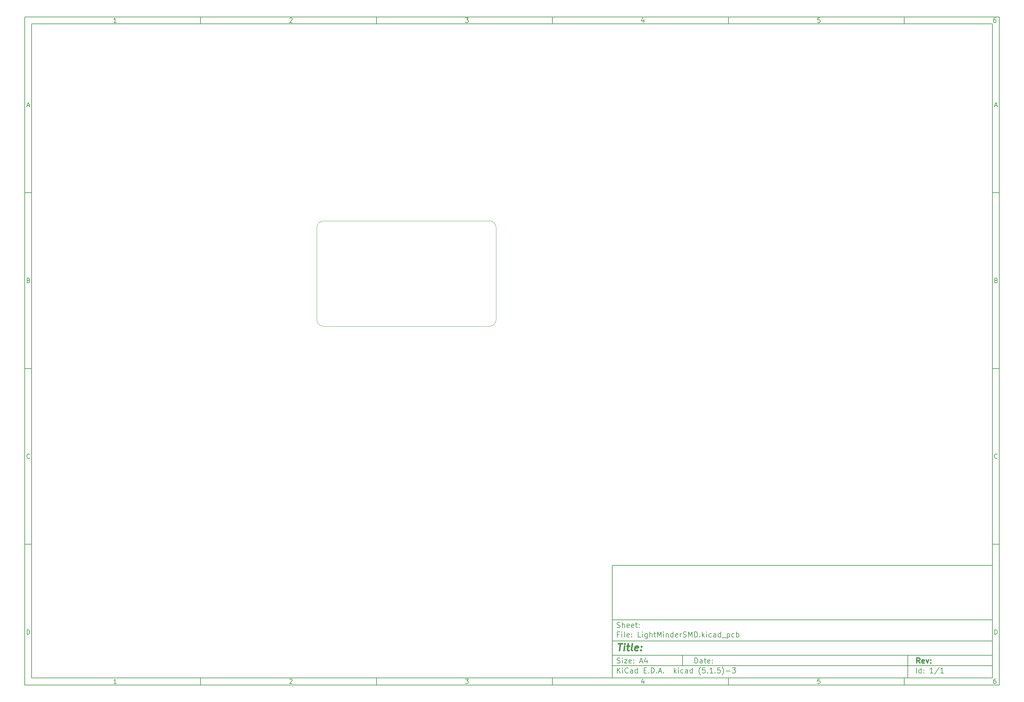
<source format=gbr>
G04 #@! TF.GenerationSoftware,KiCad,Pcbnew,(5.1.5)-3*
G04 #@! TF.CreationDate,2021-06-29T15:52:26+01:00*
G04 #@! TF.ProjectId,LightMinderSMD,4c696768-744d-4696-9e64-6572534d442e,rev?*
G04 #@! TF.SameCoordinates,Original*
G04 #@! TF.FileFunction,Profile,NP*
%FSLAX46Y46*%
G04 Gerber Fmt 4.6, Leading zero omitted, Abs format (unit mm)*
G04 Created by KiCad (PCBNEW (5.1.5)-3) date 2021-06-29 15:52:26*
%MOMM*%
%LPD*%
G04 APERTURE LIST*
%ADD10C,0.100000*%
%ADD11C,0.150000*%
%ADD12C,0.300000*%
%ADD13C,0.400000*%
%ADD14C,0.050000*%
G04 APERTURE END LIST*
D10*
D11*
X177002200Y-166007200D02*
X177002200Y-198007200D01*
X285002200Y-198007200D01*
X285002200Y-166007200D01*
X177002200Y-166007200D01*
D10*
D11*
X10000000Y-10000000D02*
X10000000Y-200007200D01*
X287002200Y-200007200D01*
X287002200Y-10000000D01*
X10000000Y-10000000D01*
D10*
D11*
X12000000Y-12000000D02*
X12000000Y-198007200D01*
X285002200Y-198007200D01*
X285002200Y-12000000D01*
X12000000Y-12000000D01*
D10*
D11*
X60000000Y-12000000D02*
X60000000Y-10000000D01*
D10*
D11*
X110000000Y-12000000D02*
X110000000Y-10000000D01*
D10*
D11*
X160000000Y-12000000D02*
X160000000Y-10000000D01*
D10*
D11*
X210000000Y-12000000D02*
X210000000Y-10000000D01*
D10*
D11*
X260000000Y-12000000D02*
X260000000Y-10000000D01*
D10*
D11*
X36065476Y-11588095D02*
X35322619Y-11588095D01*
X35694047Y-11588095D02*
X35694047Y-10288095D01*
X35570238Y-10473809D01*
X35446428Y-10597619D01*
X35322619Y-10659523D01*
D10*
D11*
X85322619Y-10411904D02*
X85384523Y-10350000D01*
X85508333Y-10288095D01*
X85817857Y-10288095D01*
X85941666Y-10350000D01*
X86003571Y-10411904D01*
X86065476Y-10535714D01*
X86065476Y-10659523D01*
X86003571Y-10845238D01*
X85260714Y-11588095D01*
X86065476Y-11588095D01*
D10*
D11*
X135260714Y-10288095D02*
X136065476Y-10288095D01*
X135632142Y-10783333D01*
X135817857Y-10783333D01*
X135941666Y-10845238D01*
X136003571Y-10907142D01*
X136065476Y-11030952D01*
X136065476Y-11340476D01*
X136003571Y-11464285D01*
X135941666Y-11526190D01*
X135817857Y-11588095D01*
X135446428Y-11588095D01*
X135322619Y-11526190D01*
X135260714Y-11464285D01*
D10*
D11*
X185941666Y-10721428D02*
X185941666Y-11588095D01*
X185632142Y-10226190D02*
X185322619Y-11154761D01*
X186127380Y-11154761D01*
D10*
D11*
X236003571Y-10288095D02*
X235384523Y-10288095D01*
X235322619Y-10907142D01*
X235384523Y-10845238D01*
X235508333Y-10783333D01*
X235817857Y-10783333D01*
X235941666Y-10845238D01*
X236003571Y-10907142D01*
X236065476Y-11030952D01*
X236065476Y-11340476D01*
X236003571Y-11464285D01*
X235941666Y-11526190D01*
X235817857Y-11588095D01*
X235508333Y-11588095D01*
X235384523Y-11526190D01*
X235322619Y-11464285D01*
D10*
D11*
X285941666Y-10288095D02*
X285694047Y-10288095D01*
X285570238Y-10350000D01*
X285508333Y-10411904D01*
X285384523Y-10597619D01*
X285322619Y-10845238D01*
X285322619Y-11340476D01*
X285384523Y-11464285D01*
X285446428Y-11526190D01*
X285570238Y-11588095D01*
X285817857Y-11588095D01*
X285941666Y-11526190D01*
X286003571Y-11464285D01*
X286065476Y-11340476D01*
X286065476Y-11030952D01*
X286003571Y-10907142D01*
X285941666Y-10845238D01*
X285817857Y-10783333D01*
X285570238Y-10783333D01*
X285446428Y-10845238D01*
X285384523Y-10907142D01*
X285322619Y-11030952D01*
D10*
D11*
X60000000Y-198007200D02*
X60000000Y-200007200D01*
D10*
D11*
X110000000Y-198007200D02*
X110000000Y-200007200D01*
D10*
D11*
X160000000Y-198007200D02*
X160000000Y-200007200D01*
D10*
D11*
X210000000Y-198007200D02*
X210000000Y-200007200D01*
D10*
D11*
X260000000Y-198007200D02*
X260000000Y-200007200D01*
D10*
D11*
X36065476Y-199595295D02*
X35322619Y-199595295D01*
X35694047Y-199595295D02*
X35694047Y-198295295D01*
X35570238Y-198481009D01*
X35446428Y-198604819D01*
X35322619Y-198666723D01*
D10*
D11*
X85322619Y-198419104D02*
X85384523Y-198357200D01*
X85508333Y-198295295D01*
X85817857Y-198295295D01*
X85941666Y-198357200D01*
X86003571Y-198419104D01*
X86065476Y-198542914D01*
X86065476Y-198666723D01*
X86003571Y-198852438D01*
X85260714Y-199595295D01*
X86065476Y-199595295D01*
D10*
D11*
X135260714Y-198295295D02*
X136065476Y-198295295D01*
X135632142Y-198790533D01*
X135817857Y-198790533D01*
X135941666Y-198852438D01*
X136003571Y-198914342D01*
X136065476Y-199038152D01*
X136065476Y-199347676D01*
X136003571Y-199471485D01*
X135941666Y-199533390D01*
X135817857Y-199595295D01*
X135446428Y-199595295D01*
X135322619Y-199533390D01*
X135260714Y-199471485D01*
D10*
D11*
X185941666Y-198728628D02*
X185941666Y-199595295D01*
X185632142Y-198233390D02*
X185322619Y-199161961D01*
X186127380Y-199161961D01*
D10*
D11*
X236003571Y-198295295D02*
X235384523Y-198295295D01*
X235322619Y-198914342D01*
X235384523Y-198852438D01*
X235508333Y-198790533D01*
X235817857Y-198790533D01*
X235941666Y-198852438D01*
X236003571Y-198914342D01*
X236065476Y-199038152D01*
X236065476Y-199347676D01*
X236003571Y-199471485D01*
X235941666Y-199533390D01*
X235817857Y-199595295D01*
X235508333Y-199595295D01*
X235384523Y-199533390D01*
X235322619Y-199471485D01*
D10*
D11*
X285941666Y-198295295D02*
X285694047Y-198295295D01*
X285570238Y-198357200D01*
X285508333Y-198419104D01*
X285384523Y-198604819D01*
X285322619Y-198852438D01*
X285322619Y-199347676D01*
X285384523Y-199471485D01*
X285446428Y-199533390D01*
X285570238Y-199595295D01*
X285817857Y-199595295D01*
X285941666Y-199533390D01*
X286003571Y-199471485D01*
X286065476Y-199347676D01*
X286065476Y-199038152D01*
X286003571Y-198914342D01*
X285941666Y-198852438D01*
X285817857Y-198790533D01*
X285570238Y-198790533D01*
X285446428Y-198852438D01*
X285384523Y-198914342D01*
X285322619Y-199038152D01*
D10*
D11*
X10000000Y-60000000D02*
X12000000Y-60000000D01*
D10*
D11*
X10000000Y-110000000D02*
X12000000Y-110000000D01*
D10*
D11*
X10000000Y-160000000D02*
X12000000Y-160000000D01*
D10*
D11*
X10690476Y-35216666D02*
X11309523Y-35216666D01*
X10566666Y-35588095D02*
X11000000Y-34288095D01*
X11433333Y-35588095D01*
D10*
D11*
X11092857Y-84907142D02*
X11278571Y-84969047D01*
X11340476Y-85030952D01*
X11402380Y-85154761D01*
X11402380Y-85340476D01*
X11340476Y-85464285D01*
X11278571Y-85526190D01*
X11154761Y-85588095D01*
X10659523Y-85588095D01*
X10659523Y-84288095D01*
X11092857Y-84288095D01*
X11216666Y-84350000D01*
X11278571Y-84411904D01*
X11340476Y-84535714D01*
X11340476Y-84659523D01*
X11278571Y-84783333D01*
X11216666Y-84845238D01*
X11092857Y-84907142D01*
X10659523Y-84907142D01*
D10*
D11*
X11402380Y-135464285D02*
X11340476Y-135526190D01*
X11154761Y-135588095D01*
X11030952Y-135588095D01*
X10845238Y-135526190D01*
X10721428Y-135402380D01*
X10659523Y-135278571D01*
X10597619Y-135030952D01*
X10597619Y-134845238D01*
X10659523Y-134597619D01*
X10721428Y-134473809D01*
X10845238Y-134350000D01*
X11030952Y-134288095D01*
X11154761Y-134288095D01*
X11340476Y-134350000D01*
X11402380Y-134411904D01*
D10*
D11*
X10659523Y-185588095D02*
X10659523Y-184288095D01*
X10969047Y-184288095D01*
X11154761Y-184350000D01*
X11278571Y-184473809D01*
X11340476Y-184597619D01*
X11402380Y-184845238D01*
X11402380Y-185030952D01*
X11340476Y-185278571D01*
X11278571Y-185402380D01*
X11154761Y-185526190D01*
X10969047Y-185588095D01*
X10659523Y-185588095D01*
D10*
D11*
X287002200Y-60000000D02*
X285002200Y-60000000D01*
D10*
D11*
X287002200Y-110000000D02*
X285002200Y-110000000D01*
D10*
D11*
X287002200Y-160000000D02*
X285002200Y-160000000D01*
D10*
D11*
X285692676Y-35216666D02*
X286311723Y-35216666D01*
X285568866Y-35588095D02*
X286002200Y-34288095D01*
X286435533Y-35588095D01*
D10*
D11*
X286095057Y-84907142D02*
X286280771Y-84969047D01*
X286342676Y-85030952D01*
X286404580Y-85154761D01*
X286404580Y-85340476D01*
X286342676Y-85464285D01*
X286280771Y-85526190D01*
X286156961Y-85588095D01*
X285661723Y-85588095D01*
X285661723Y-84288095D01*
X286095057Y-84288095D01*
X286218866Y-84350000D01*
X286280771Y-84411904D01*
X286342676Y-84535714D01*
X286342676Y-84659523D01*
X286280771Y-84783333D01*
X286218866Y-84845238D01*
X286095057Y-84907142D01*
X285661723Y-84907142D01*
D10*
D11*
X286404580Y-135464285D02*
X286342676Y-135526190D01*
X286156961Y-135588095D01*
X286033152Y-135588095D01*
X285847438Y-135526190D01*
X285723628Y-135402380D01*
X285661723Y-135278571D01*
X285599819Y-135030952D01*
X285599819Y-134845238D01*
X285661723Y-134597619D01*
X285723628Y-134473809D01*
X285847438Y-134350000D01*
X286033152Y-134288095D01*
X286156961Y-134288095D01*
X286342676Y-134350000D01*
X286404580Y-134411904D01*
D10*
D11*
X285661723Y-185588095D02*
X285661723Y-184288095D01*
X285971247Y-184288095D01*
X286156961Y-184350000D01*
X286280771Y-184473809D01*
X286342676Y-184597619D01*
X286404580Y-184845238D01*
X286404580Y-185030952D01*
X286342676Y-185278571D01*
X286280771Y-185402380D01*
X286156961Y-185526190D01*
X285971247Y-185588095D01*
X285661723Y-185588095D01*
D10*
D11*
X200434342Y-193785771D02*
X200434342Y-192285771D01*
X200791485Y-192285771D01*
X201005771Y-192357200D01*
X201148628Y-192500057D01*
X201220057Y-192642914D01*
X201291485Y-192928628D01*
X201291485Y-193142914D01*
X201220057Y-193428628D01*
X201148628Y-193571485D01*
X201005771Y-193714342D01*
X200791485Y-193785771D01*
X200434342Y-193785771D01*
X202577200Y-193785771D02*
X202577200Y-193000057D01*
X202505771Y-192857200D01*
X202362914Y-192785771D01*
X202077200Y-192785771D01*
X201934342Y-192857200D01*
X202577200Y-193714342D02*
X202434342Y-193785771D01*
X202077200Y-193785771D01*
X201934342Y-193714342D01*
X201862914Y-193571485D01*
X201862914Y-193428628D01*
X201934342Y-193285771D01*
X202077200Y-193214342D01*
X202434342Y-193214342D01*
X202577200Y-193142914D01*
X203077200Y-192785771D02*
X203648628Y-192785771D01*
X203291485Y-192285771D02*
X203291485Y-193571485D01*
X203362914Y-193714342D01*
X203505771Y-193785771D01*
X203648628Y-193785771D01*
X204720057Y-193714342D02*
X204577200Y-193785771D01*
X204291485Y-193785771D01*
X204148628Y-193714342D01*
X204077200Y-193571485D01*
X204077200Y-193000057D01*
X204148628Y-192857200D01*
X204291485Y-192785771D01*
X204577200Y-192785771D01*
X204720057Y-192857200D01*
X204791485Y-193000057D01*
X204791485Y-193142914D01*
X204077200Y-193285771D01*
X205434342Y-193642914D02*
X205505771Y-193714342D01*
X205434342Y-193785771D01*
X205362914Y-193714342D01*
X205434342Y-193642914D01*
X205434342Y-193785771D01*
X205434342Y-192857200D02*
X205505771Y-192928628D01*
X205434342Y-193000057D01*
X205362914Y-192928628D01*
X205434342Y-192857200D01*
X205434342Y-193000057D01*
D10*
D11*
X177002200Y-194507200D02*
X285002200Y-194507200D01*
D10*
D11*
X178434342Y-196585771D02*
X178434342Y-195085771D01*
X179291485Y-196585771D02*
X178648628Y-195728628D01*
X179291485Y-195085771D02*
X178434342Y-195942914D01*
X179934342Y-196585771D02*
X179934342Y-195585771D01*
X179934342Y-195085771D02*
X179862914Y-195157200D01*
X179934342Y-195228628D01*
X180005771Y-195157200D01*
X179934342Y-195085771D01*
X179934342Y-195228628D01*
X181505771Y-196442914D02*
X181434342Y-196514342D01*
X181220057Y-196585771D01*
X181077200Y-196585771D01*
X180862914Y-196514342D01*
X180720057Y-196371485D01*
X180648628Y-196228628D01*
X180577200Y-195942914D01*
X180577200Y-195728628D01*
X180648628Y-195442914D01*
X180720057Y-195300057D01*
X180862914Y-195157200D01*
X181077200Y-195085771D01*
X181220057Y-195085771D01*
X181434342Y-195157200D01*
X181505771Y-195228628D01*
X182791485Y-196585771D02*
X182791485Y-195800057D01*
X182720057Y-195657200D01*
X182577200Y-195585771D01*
X182291485Y-195585771D01*
X182148628Y-195657200D01*
X182791485Y-196514342D02*
X182648628Y-196585771D01*
X182291485Y-196585771D01*
X182148628Y-196514342D01*
X182077200Y-196371485D01*
X182077200Y-196228628D01*
X182148628Y-196085771D01*
X182291485Y-196014342D01*
X182648628Y-196014342D01*
X182791485Y-195942914D01*
X184148628Y-196585771D02*
X184148628Y-195085771D01*
X184148628Y-196514342D02*
X184005771Y-196585771D01*
X183720057Y-196585771D01*
X183577200Y-196514342D01*
X183505771Y-196442914D01*
X183434342Y-196300057D01*
X183434342Y-195871485D01*
X183505771Y-195728628D01*
X183577200Y-195657200D01*
X183720057Y-195585771D01*
X184005771Y-195585771D01*
X184148628Y-195657200D01*
X186005771Y-195800057D02*
X186505771Y-195800057D01*
X186720057Y-196585771D02*
X186005771Y-196585771D01*
X186005771Y-195085771D01*
X186720057Y-195085771D01*
X187362914Y-196442914D02*
X187434342Y-196514342D01*
X187362914Y-196585771D01*
X187291485Y-196514342D01*
X187362914Y-196442914D01*
X187362914Y-196585771D01*
X188077200Y-196585771D02*
X188077200Y-195085771D01*
X188434342Y-195085771D01*
X188648628Y-195157200D01*
X188791485Y-195300057D01*
X188862914Y-195442914D01*
X188934342Y-195728628D01*
X188934342Y-195942914D01*
X188862914Y-196228628D01*
X188791485Y-196371485D01*
X188648628Y-196514342D01*
X188434342Y-196585771D01*
X188077200Y-196585771D01*
X189577200Y-196442914D02*
X189648628Y-196514342D01*
X189577200Y-196585771D01*
X189505771Y-196514342D01*
X189577200Y-196442914D01*
X189577200Y-196585771D01*
X190220057Y-196157200D02*
X190934342Y-196157200D01*
X190077200Y-196585771D02*
X190577200Y-195085771D01*
X191077200Y-196585771D01*
X191577200Y-196442914D02*
X191648628Y-196514342D01*
X191577200Y-196585771D01*
X191505771Y-196514342D01*
X191577200Y-196442914D01*
X191577200Y-196585771D01*
X194577200Y-196585771D02*
X194577200Y-195085771D01*
X194720057Y-196014342D02*
X195148628Y-196585771D01*
X195148628Y-195585771D02*
X194577200Y-196157200D01*
X195791485Y-196585771D02*
X195791485Y-195585771D01*
X195791485Y-195085771D02*
X195720057Y-195157200D01*
X195791485Y-195228628D01*
X195862914Y-195157200D01*
X195791485Y-195085771D01*
X195791485Y-195228628D01*
X197148628Y-196514342D02*
X197005771Y-196585771D01*
X196720057Y-196585771D01*
X196577200Y-196514342D01*
X196505771Y-196442914D01*
X196434342Y-196300057D01*
X196434342Y-195871485D01*
X196505771Y-195728628D01*
X196577200Y-195657200D01*
X196720057Y-195585771D01*
X197005771Y-195585771D01*
X197148628Y-195657200D01*
X198434342Y-196585771D02*
X198434342Y-195800057D01*
X198362914Y-195657200D01*
X198220057Y-195585771D01*
X197934342Y-195585771D01*
X197791485Y-195657200D01*
X198434342Y-196514342D02*
X198291485Y-196585771D01*
X197934342Y-196585771D01*
X197791485Y-196514342D01*
X197720057Y-196371485D01*
X197720057Y-196228628D01*
X197791485Y-196085771D01*
X197934342Y-196014342D01*
X198291485Y-196014342D01*
X198434342Y-195942914D01*
X199791485Y-196585771D02*
X199791485Y-195085771D01*
X199791485Y-196514342D02*
X199648628Y-196585771D01*
X199362914Y-196585771D01*
X199220057Y-196514342D01*
X199148628Y-196442914D01*
X199077200Y-196300057D01*
X199077200Y-195871485D01*
X199148628Y-195728628D01*
X199220057Y-195657200D01*
X199362914Y-195585771D01*
X199648628Y-195585771D01*
X199791485Y-195657200D01*
X202077200Y-197157200D02*
X202005771Y-197085771D01*
X201862914Y-196871485D01*
X201791485Y-196728628D01*
X201720057Y-196514342D01*
X201648628Y-196157200D01*
X201648628Y-195871485D01*
X201720057Y-195514342D01*
X201791485Y-195300057D01*
X201862914Y-195157200D01*
X202005771Y-194942914D01*
X202077200Y-194871485D01*
X203362914Y-195085771D02*
X202648628Y-195085771D01*
X202577200Y-195800057D01*
X202648628Y-195728628D01*
X202791485Y-195657200D01*
X203148628Y-195657200D01*
X203291485Y-195728628D01*
X203362914Y-195800057D01*
X203434342Y-195942914D01*
X203434342Y-196300057D01*
X203362914Y-196442914D01*
X203291485Y-196514342D01*
X203148628Y-196585771D01*
X202791485Y-196585771D01*
X202648628Y-196514342D01*
X202577200Y-196442914D01*
X204077200Y-196442914D02*
X204148628Y-196514342D01*
X204077200Y-196585771D01*
X204005771Y-196514342D01*
X204077200Y-196442914D01*
X204077200Y-196585771D01*
X205577200Y-196585771D02*
X204720057Y-196585771D01*
X205148628Y-196585771D02*
X205148628Y-195085771D01*
X205005771Y-195300057D01*
X204862914Y-195442914D01*
X204720057Y-195514342D01*
X206220057Y-196442914D02*
X206291485Y-196514342D01*
X206220057Y-196585771D01*
X206148628Y-196514342D01*
X206220057Y-196442914D01*
X206220057Y-196585771D01*
X207648628Y-195085771D02*
X206934342Y-195085771D01*
X206862914Y-195800057D01*
X206934342Y-195728628D01*
X207077200Y-195657200D01*
X207434342Y-195657200D01*
X207577200Y-195728628D01*
X207648628Y-195800057D01*
X207720057Y-195942914D01*
X207720057Y-196300057D01*
X207648628Y-196442914D01*
X207577200Y-196514342D01*
X207434342Y-196585771D01*
X207077200Y-196585771D01*
X206934342Y-196514342D01*
X206862914Y-196442914D01*
X208220057Y-197157200D02*
X208291485Y-197085771D01*
X208434342Y-196871485D01*
X208505771Y-196728628D01*
X208577200Y-196514342D01*
X208648628Y-196157200D01*
X208648628Y-195871485D01*
X208577200Y-195514342D01*
X208505771Y-195300057D01*
X208434342Y-195157200D01*
X208291485Y-194942914D01*
X208220057Y-194871485D01*
X209362914Y-196014342D02*
X210505771Y-196014342D01*
X211077200Y-195085771D02*
X212005771Y-195085771D01*
X211505771Y-195657200D01*
X211720057Y-195657200D01*
X211862914Y-195728628D01*
X211934342Y-195800057D01*
X212005771Y-195942914D01*
X212005771Y-196300057D01*
X211934342Y-196442914D01*
X211862914Y-196514342D01*
X211720057Y-196585771D01*
X211291485Y-196585771D01*
X211148628Y-196514342D01*
X211077200Y-196442914D01*
D10*
D11*
X177002200Y-191507200D02*
X285002200Y-191507200D01*
D10*
D12*
X264411485Y-193785771D02*
X263911485Y-193071485D01*
X263554342Y-193785771D02*
X263554342Y-192285771D01*
X264125771Y-192285771D01*
X264268628Y-192357200D01*
X264340057Y-192428628D01*
X264411485Y-192571485D01*
X264411485Y-192785771D01*
X264340057Y-192928628D01*
X264268628Y-193000057D01*
X264125771Y-193071485D01*
X263554342Y-193071485D01*
X265625771Y-193714342D02*
X265482914Y-193785771D01*
X265197200Y-193785771D01*
X265054342Y-193714342D01*
X264982914Y-193571485D01*
X264982914Y-193000057D01*
X265054342Y-192857200D01*
X265197200Y-192785771D01*
X265482914Y-192785771D01*
X265625771Y-192857200D01*
X265697200Y-193000057D01*
X265697200Y-193142914D01*
X264982914Y-193285771D01*
X266197200Y-192785771D02*
X266554342Y-193785771D01*
X266911485Y-192785771D01*
X267482914Y-193642914D02*
X267554342Y-193714342D01*
X267482914Y-193785771D01*
X267411485Y-193714342D01*
X267482914Y-193642914D01*
X267482914Y-193785771D01*
X267482914Y-192857200D02*
X267554342Y-192928628D01*
X267482914Y-193000057D01*
X267411485Y-192928628D01*
X267482914Y-192857200D01*
X267482914Y-193000057D01*
D10*
D11*
X178362914Y-193714342D02*
X178577200Y-193785771D01*
X178934342Y-193785771D01*
X179077200Y-193714342D01*
X179148628Y-193642914D01*
X179220057Y-193500057D01*
X179220057Y-193357200D01*
X179148628Y-193214342D01*
X179077200Y-193142914D01*
X178934342Y-193071485D01*
X178648628Y-193000057D01*
X178505771Y-192928628D01*
X178434342Y-192857200D01*
X178362914Y-192714342D01*
X178362914Y-192571485D01*
X178434342Y-192428628D01*
X178505771Y-192357200D01*
X178648628Y-192285771D01*
X179005771Y-192285771D01*
X179220057Y-192357200D01*
X179862914Y-193785771D02*
X179862914Y-192785771D01*
X179862914Y-192285771D02*
X179791485Y-192357200D01*
X179862914Y-192428628D01*
X179934342Y-192357200D01*
X179862914Y-192285771D01*
X179862914Y-192428628D01*
X180434342Y-192785771D02*
X181220057Y-192785771D01*
X180434342Y-193785771D01*
X181220057Y-193785771D01*
X182362914Y-193714342D02*
X182220057Y-193785771D01*
X181934342Y-193785771D01*
X181791485Y-193714342D01*
X181720057Y-193571485D01*
X181720057Y-193000057D01*
X181791485Y-192857200D01*
X181934342Y-192785771D01*
X182220057Y-192785771D01*
X182362914Y-192857200D01*
X182434342Y-193000057D01*
X182434342Y-193142914D01*
X181720057Y-193285771D01*
X183077200Y-193642914D02*
X183148628Y-193714342D01*
X183077200Y-193785771D01*
X183005771Y-193714342D01*
X183077200Y-193642914D01*
X183077200Y-193785771D01*
X183077200Y-192857200D02*
X183148628Y-192928628D01*
X183077200Y-193000057D01*
X183005771Y-192928628D01*
X183077200Y-192857200D01*
X183077200Y-193000057D01*
X184862914Y-193357200D02*
X185577200Y-193357200D01*
X184720057Y-193785771D02*
X185220057Y-192285771D01*
X185720057Y-193785771D01*
X186862914Y-192785771D02*
X186862914Y-193785771D01*
X186505771Y-192214342D02*
X186148628Y-193285771D01*
X187077200Y-193285771D01*
D10*
D11*
X263434342Y-196585771D02*
X263434342Y-195085771D01*
X264791485Y-196585771D02*
X264791485Y-195085771D01*
X264791485Y-196514342D02*
X264648628Y-196585771D01*
X264362914Y-196585771D01*
X264220057Y-196514342D01*
X264148628Y-196442914D01*
X264077200Y-196300057D01*
X264077200Y-195871485D01*
X264148628Y-195728628D01*
X264220057Y-195657200D01*
X264362914Y-195585771D01*
X264648628Y-195585771D01*
X264791485Y-195657200D01*
X265505771Y-196442914D02*
X265577200Y-196514342D01*
X265505771Y-196585771D01*
X265434342Y-196514342D01*
X265505771Y-196442914D01*
X265505771Y-196585771D01*
X265505771Y-195657200D02*
X265577200Y-195728628D01*
X265505771Y-195800057D01*
X265434342Y-195728628D01*
X265505771Y-195657200D01*
X265505771Y-195800057D01*
X268148628Y-196585771D02*
X267291485Y-196585771D01*
X267720057Y-196585771D02*
X267720057Y-195085771D01*
X267577200Y-195300057D01*
X267434342Y-195442914D01*
X267291485Y-195514342D01*
X269862914Y-195014342D02*
X268577200Y-196942914D01*
X271148628Y-196585771D02*
X270291485Y-196585771D01*
X270720057Y-196585771D02*
X270720057Y-195085771D01*
X270577200Y-195300057D01*
X270434342Y-195442914D01*
X270291485Y-195514342D01*
D10*
D11*
X177002200Y-187507200D02*
X285002200Y-187507200D01*
D10*
D13*
X178714580Y-188211961D02*
X179857438Y-188211961D01*
X179036009Y-190211961D02*
X179286009Y-188211961D01*
X180274104Y-190211961D02*
X180440771Y-188878628D01*
X180524104Y-188211961D02*
X180416961Y-188307200D01*
X180500295Y-188402438D01*
X180607438Y-188307200D01*
X180524104Y-188211961D01*
X180500295Y-188402438D01*
X181107438Y-188878628D02*
X181869342Y-188878628D01*
X181476485Y-188211961D02*
X181262200Y-189926247D01*
X181333628Y-190116723D01*
X181512200Y-190211961D01*
X181702676Y-190211961D01*
X182655057Y-190211961D02*
X182476485Y-190116723D01*
X182405057Y-189926247D01*
X182619342Y-188211961D01*
X184190771Y-190116723D02*
X183988390Y-190211961D01*
X183607438Y-190211961D01*
X183428866Y-190116723D01*
X183357438Y-189926247D01*
X183452676Y-189164342D01*
X183571723Y-188973866D01*
X183774104Y-188878628D01*
X184155057Y-188878628D01*
X184333628Y-188973866D01*
X184405057Y-189164342D01*
X184381247Y-189354819D01*
X183405057Y-189545295D01*
X185155057Y-190021485D02*
X185238390Y-190116723D01*
X185131247Y-190211961D01*
X185047914Y-190116723D01*
X185155057Y-190021485D01*
X185131247Y-190211961D01*
X185286009Y-188973866D02*
X185369342Y-189069104D01*
X185262200Y-189164342D01*
X185178866Y-189069104D01*
X185286009Y-188973866D01*
X185262200Y-189164342D01*
D10*
D11*
X178934342Y-185600057D02*
X178434342Y-185600057D01*
X178434342Y-186385771D02*
X178434342Y-184885771D01*
X179148628Y-184885771D01*
X179720057Y-186385771D02*
X179720057Y-185385771D01*
X179720057Y-184885771D02*
X179648628Y-184957200D01*
X179720057Y-185028628D01*
X179791485Y-184957200D01*
X179720057Y-184885771D01*
X179720057Y-185028628D01*
X180648628Y-186385771D02*
X180505771Y-186314342D01*
X180434342Y-186171485D01*
X180434342Y-184885771D01*
X181791485Y-186314342D02*
X181648628Y-186385771D01*
X181362914Y-186385771D01*
X181220057Y-186314342D01*
X181148628Y-186171485D01*
X181148628Y-185600057D01*
X181220057Y-185457200D01*
X181362914Y-185385771D01*
X181648628Y-185385771D01*
X181791485Y-185457200D01*
X181862914Y-185600057D01*
X181862914Y-185742914D01*
X181148628Y-185885771D01*
X182505771Y-186242914D02*
X182577200Y-186314342D01*
X182505771Y-186385771D01*
X182434342Y-186314342D01*
X182505771Y-186242914D01*
X182505771Y-186385771D01*
X182505771Y-185457200D02*
X182577200Y-185528628D01*
X182505771Y-185600057D01*
X182434342Y-185528628D01*
X182505771Y-185457200D01*
X182505771Y-185600057D01*
X185077200Y-186385771D02*
X184362914Y-186385771D01*
X184362914Y-184885771D01*
X185577200Y-186385771D02*
X185577200Y-185385771D01*
X185577200Y-184885771D02*
X185505771Y-184957200D01*
X185577200Y-185028628D01*
X185648628Y-184957200D01*
X185577200Y-184885771D01*
X185577200Y-185028628D01*
X186934342Y-185385771D02*
X186934342Y-186600057D01*
X186862914Y-186742914D01*
X186791485Y-186814342D01*
X186648628Y-186885771D01*
X186434342Y-186885771D01*
X186291485Y-186814342D01*
X186934342Y-186314342D02*
X186791485Y-186385771D01*
X186505771Y-186385771D01*
X186362914Y-186314342D01*
X186291485Y-186242914D01*
X186220057Y-186100057D01*
X186220057Y-185671485D01*
X186291485Y-185528628D01*
X186362914Y-185457200D01*
X186505771Y-185385771D01*
X186791485Y-185385771D01*
X186934342Y-185457200D01*
X187648628Y-186385771D02*
X187648628Y-184885771D01*
X188291485Y-186385771D02*
X188291485Y-185600057D01*
X188220057Y-185457200D01*
X188077200Y-185385771D01*
X187862914Y-185385771D01*
X187720057Y-185457200D01*
X187648628Y-185528628D01*
X188791485Y-185385771D02*
X189362914Y-185385771D01*
X189005771Y-184885771D02*
X189005771Y-186171485D01*
X189077200Y-186314342D01*
X189220057Y-186385771D01*
X189362914Y-186385771D01*
X189862914Y-186385771D02*
X189862914Y-184885771D01*
X190362914Y-185957200D01*
X190862914Y-184885771D01*
X190862914Y-186385771D01*
X191577200Y-186385771D02*
X191577200Y-185385771D01*
X191577200Y-184885771D02*
X191505771Y-184957200D01*
X191577200Y-185028628D01*
X191648628Y-184957200D01*
X191577200Y-184885771D01*
X191577200Y-185028628D01*
X192291485Y-185385771D02*
X192291485Y-186385771D01*
X192291485Y-185528628D02*
X192362914Y-185457200D01*
X192505771Y-185385771D01*
X192720057Y-185385771D01*
X192862914Y-185457200D01*
X192934342Y-185600057D01*
X192934342Y-186385771D01*
X194291485Y-186385771D02*
X194291485Y-184885771D01*
X194291485Y-186314342D02*
X194148628Y-186385771D01*
X193862914Y-186385771D01*
X193720057Y-186314342D01*
X193648628Y-186242914D01*
X193577200Y-186100057D01*
X193577200Y-185671485D01*
X193648628Y-185528628D01*
X193720057Y-185457200D01*
X193862914Y-185385771D01*
X194148628Y-185385771D01*
X194291485Y-185457200D01*
X195577200Y-186314342D02*
X195434342Y-186385771D01*
X195148628Y-186385771D01*
X195005771Y-186314342D01*
X194934342Y-186171485D01*
X194934342Y-185600057D01*
X195005771Y-185457200D01*
X195148628Y-185385771D01*
X195434342Y-185385771D01*
X195577200Y-185457200D01*
X195648628Y-185600057D01*
X195648628Y-185742914D01*
X194934342Y-185885771D01*
X196291485Y-186385771D02*
X196291485Y-185385771D01*
X196291485Y-185671485D02*
X196362914Y-185528628D01*
X196434342Y-185457200D01*
X196577200Y-185385771D01*
X196720057Y-185385771D01*
X197148628Y-186314342D02*
X197362914Y-186385771D01*
X197720057Y-186385771D01*
X197862914Y-186314342D01*
X197934342Y-186242914D01*
X198005771Y-186100057D01*
X198005771Y-185957200D01*
X197934342Y-185814342D01*
X197862914Y-185742914D01*
X197720057Y-185671485D01*
X197434342Y-185600057D01*
X197291485Y-185528628D01*
X197220057Y-185457200D01*
X197148628Y-185314342D01*
X197148628Y-185171485D01*
X197220057Y-185028628D01*
X197291485Y-184957200D01*
X197434342Y-184885771D01*
X197791485Y-184885771D01*
X198005771Y-184957200D01*
X198648628Y-186385771D02*
X198648628Y-184885771D01*
X199148628Y-185957200D01*
X199648628Y-184885771D01*
X199648628Y-186385771D01*
X200362914Y-186385771D02*
X200362914Y-184885771D01*
X200720057Y-184885771D01*
X200934342Y-184957200D01*
X201077200Y-185100057D01*
X201148628Y-185242914D01*
X201220057Y-185528628D01*
X201220057Y-185742914D01*
X201148628Y-186028628D01*
X201077200Y-186171485D01*
X200934342Y-186314342D01*
X200720057Y-186385771D01*
X200362914Y-186385771D01*
X201862914Y-186242914D02*
X201934342Y-186314342D01*
X201862914Y-186385771D01*
X201791485Y-186314342D01*
X201862914Y-186242914D01*
X201862914Y-186385771D01*
X202577200Y-186385771D02*
X202577200Y-184885771D01*
X202720057Y-185814342D02*
X203148628Y-186385771D01*
X203148628Y-185385771D02*
X202577200Y-185957200D01*
X203791485Y-186385771D02*
X203791485Y-185385771D01*
X203791485Y-184885771D02*
X203720057Y-184957200D01*
X203791485Y-185028628D01*
X203862914Y-184957200D01*
X203791485Y-184885771D01*
X203791485Y-185028628D01*
X205148628Y-186314342D02*
X205005771Y-186385771D01*
X204720057Y-186385771D01*
X204577200Y-186314342D01*
X204505771Y-186242914D01*
X204434342Y-186100057D01*
X204434342Y-185671485D01*
X204505771Y-185528628D01*
X204577200Y-185457200D01*
X204720057Y-185385771D01*
X205005771Y-185385771D01*
X205148628Y-185457200D01*
X206434342Y-186385771D02*
X206434342Y-185600057D01*
X206362914Y-185457200D01*
X206220057Y-185385771D01*
X205934342Y-185385771D01*
X205791485Y-185457200D01*
X206434342Y-186314342D02*
X206291485Y-186385771D01*
X205934342Y-186385771D01*
X205791485Y-186314342D01*
X205720057Y-186171485D01*
X205720057Y-186028628D01*
X205791485Y-185885771D01*
X205934342Y-185814342D01*
X206291485Y-185814342D01*
X206434342Y-185742914D01*
X207791485Y-186385771D02*
X207791485Y-184885771D01*
X207791485Y-186314342D02*
X207648628Y-186385771D01*
X207362914Y-186385771D01*
X207220057Y-186314342D01*
X207148628Y-186242914D01*
X207077200Y-186100057D01*
X207077200Y-185671485D01*
X207148628Y-185528628D01*
X207220057Y-185457200D01*
X207362914Y-185385771D01*
X207648628Y-185385771D01*
X207791485Y-185457200D01*
X208148628Y-186528628D02*
X209291485Y-186528628D01*
X209648628Y-185385771D02*
X209648628Y-186885771D01*
X209648628Y-185457200D02*
X209791485Y-185385771D01*
X210077200Y-185385771D01*
X210220057Y-185457200D01*
X210291485Y-185528628D01*
X210362914Y-185671485D01*
X210362914Y-186100057D01*
X210291485Y-186242914D01*
X210220057Y-186314342D01*
X210077200Y-186385771D01*
X209791485Y-186385771D01*
X209648628Y-186314342D01*
X211648628Y-186314342D02*
X211505771Y-186385771D01*
X211220057Y-186385771D01*
X211077200Y-186314342D01*
X211005771Y-186242914D01*
X210934342Y-186100057D01*
X210934342Y-185671485D01*
X211005771Y-185528628D01*
X211077200Y-185457200D01*
X211220057Y-185385771D01*
X211505771Y-185385771D01*
X211648628Y-185457200D01*
X212291485Y-186385771D02*
X212291485Y-184885771D01*
X212291485Y-185457200D02*
X212434342Y-185385771D01*
X212720057Y-185385771D01*
X212862914Y-185457200D01*
X212934342Y-185528628D01*
X213005771Y-185671485D01*
X213005771Y-186100057D01*
X212934342Y-186242914D01*
X212862914Y-186314342D01*
X212720057Y-186385771D01*
X212434342Y-186385771D01*
X212291485Y-186314342D01*
D10*
D11*
X177002200Y-181507200D02*
X285002200Y-181507200D01*
D10*
D11*
X178362914Y-183614342D02*
X178577200Y-183685771D01*
X178934342Y-183685771D01*
X179077200Y-183614342D01*
X179148628Y-183542914D01*
X179220057Y-183400057D01*
X179220057Y-183257200D01*
X179148628Y-183114342D01*
X179077200Y-183042914D01*
X178934342Y-182971485D01*
X178648628Y-182900057D01*
X178505771Y-182828628D01*
X178434342Y-182757200D01*
X178362914Y-182614342D01*
X178362914Y-182471485D01*
X178434342Y-182328628D01*
X178505771Y-182257200D01*
X178648628Y-182185771D01*
X179005771Y-182185771D01*
X179220057Y-182257200D01*
X179862914Y-183685771D02*
X179862914Y-182185771D01*
X180505771Y-183685771D02*
X180505771Y-182900057D01*
X180434342Y-182757200D01*
X180291485Y-182685771D01*
X180077200Y-182685771D01*
X179934342Y-182757200D01*
X179862914Y-182828628D01*
X181791485Y-183614342D02*
X181648628Y-183685771D01*
X181362914Y-183685771D01*
X181220057Y-183614342D01*
X181148628Y-183471485D01*
X181148628Y-182900057D01*
X181220057Y-182757200D01*
X181362914Y-182685771D01*
X181648628Y-182685771D01*
X181791485Y-182757200D01*
X181862914Y-182900057D01*
X181862914Y-183042914D01*
X181148628Y-183185771D01*
X183077200Y-183614342D02*
X182934342Y-183685771D01*
X182648628Y-183685771D01*
X182505771Y-183614342D01*
X182434342Y-183471485D01*
X182434342Y-182900057D01*
X182505771Y-182757200D01*
X182648628Y-182685771D01*
X182934342Y-182685771D01*
X183077200Y-182757200D01*
X183148628Y-182900057D01*
X183148628Y-183042914D01*
X182434342Y-183185771D01*
X183577200Y-182685771D02*
X184148628Y-182685771D01*
X183791485Y-182185771D02*
X183791485Y-183471485D01*
X183862914Y-183614342D01*
X184005771Y-183685771D01*
X184148628Y-183685771D01*
X184648628Y-183542914D02*
X184720057Y-183614342D01*
X184648628Y-183685771D01*
X184577200Y-183614342D01*
X184648628Y-183542914D01*
X184648628Y-183685771D01*
X184648628Y-182757200D02*
X184720057Y-182828628D01*
X184648628Y-182900057D01*
X184577200Y-182828628D01*
X184648628Y-182757200D01*
X184648628Y-182900057D01*
D10*
D11*
X197002200Y-191507200D02*
X197002200Y-194507200D01*
D10*
D11*
X261002200Y-191507200D02*
X261002200Y-198007200D01*
D14*
X95000000Y-98000000D02*
G75*
G02X93000000Y-96000000I0J2000000D01*
G01*
X144000000Y-96000000D02*
G75*
G02X142000000Y-98000000I-2000000J0D01*
G01*
X142000000Y-68000000D02*
G75*
G02X144000000Y-70000000I0J-2000000D01*
G01*
X93000000Y-70000000D02*
G75*
G02X95000000Y-68000000I2000000J0D01*
G01*
X93000000Y-96000000D02*
X93000000Y-70000000D01*
X142000000Y-98000000D02*
X95000000Y-98000000D01*
X144000000Y-70000000D02*
X144000000Y-96000000D01*
X95000000Y-68000000D02*
X142000000Y-68000000D01*
M02*

</source>
